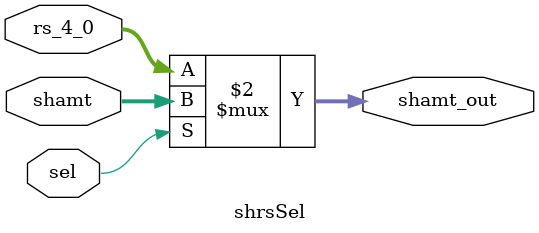
<source format=v>
module writeASel(
		input [4:0] rt,
		input [4:0] rd,
		input [1:0] regDst,
		output reg [4:0] WA
    );
		always@(*)begin
			case(regDst)
			0:begin
				WA=rt;
			end
			1:begin
				WA=rd;
			end
			2:begin
				WA=5'b11111;
			end
			default:begin
				WA=WA;
			end
			endcase
		end
endmodule

module aluDSel(
		input [31:0] rtData,
		input [31:0] imm32,
		input aluSrc,
		output [31:0] aluDataB
);
		assign aluDataB=(aluSrc)?imm32:rtData;
endmodule

module writeDSel(
	input [31:0] aluOut,
	input [31:0] dmRd,
	input [31:0] pcPlus8,
	input [2:0] memToReg,
	input [31:0] mdOut_W,
	input [31:0] cp0rd_W,
	output reg [31:0] writeD
);
	always@(*)begin
		case(memToReg)
			3'b000:begin
				writeD=aluOut;
			end
			3'b001:begin
				writeD=dmRd;
			end
			3'b010:begin
				writeD=pcPlus8;
			end
			3'b011:begin
				writeD=mdOut_W;
			end
			3'b100:begin
				writeD=cp0rd_W;
			end
			default:begin
				writeD=0;
			end
		endcase
	end
endmodule

module hiloSel(
	input [31:0] HI,
	input [31:0] LO,
	input sel,
	output [31:0] mdOut_E
);
	assign mdOut_E=sel==1?LO:HI;
endmodule

module shrsSel(
	input [4:0] shamt,
	input [4:0] rs_4_0,
	input sel,
	output [4:0] shamt_out
);
	assign shamt_out=sel==1?shamt:rs_4_0;
	
endmodule

</source>
